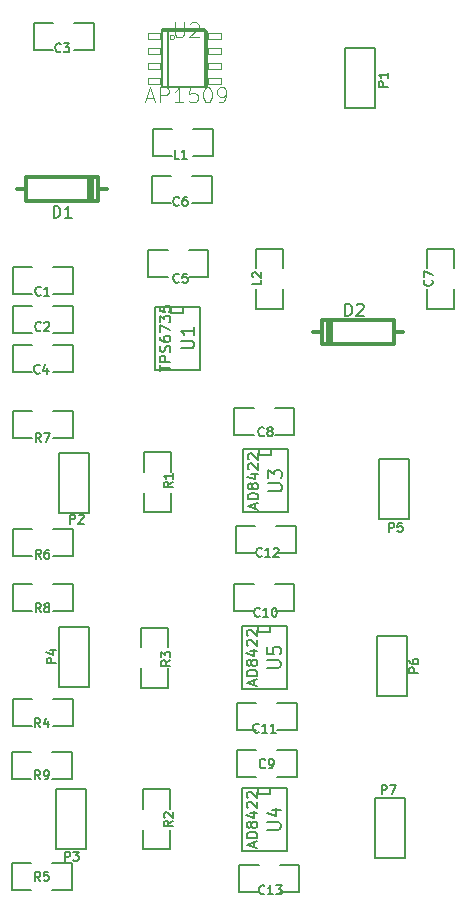
<source format=gto>
%FSLAX34Y34*%
G04 Gerber Fmt 3.4, Leading zero omitted, Abs format*
G04 (created by PCBNEW (2013-12-18 BZR 4557)-product) date vie 20 dic 2013 18:35:50 CLST*
%MOIN*%
G01*
G70*
G90*
G04 APERTURE LIST*
%ADD10C,0.005906*%
%ADD11C,0.005000*%
%ADD12C,0.006000*%
%ADD13C,0.012000*%
%ADD14C,0.002600*%
%ADD15C,0.008000*%
%ADD16C,0.002500*%
%ADD17C,0.003500*%
G04 APERTURE END LIST*
G54D10*
G54D11*
X43489Y-47784D02*
X43439Y-47784D01*
X43439Y-47784D02*
X43439Y-49884D01*
X44939Y-49884D02*
X44939Y-47784D01*
X44939Y-47784D02*
X43489Y-47784D01*
X44389Y-47784D02*
X44389Y-47984D01*
X44389Y-47984D02*
X43989Y-47984D01*
X43989Y-47984D02*
X43989Y-47784D01*
X44939Y-49884D02*
X43439Y-49884D01*
X46387Y-58438D02*
X46337Y-58438D01*
X46337Y-58438D02*
X46337Y-60538D01*
X47837Y-60538D02*
X47837Y-58438D01*
X47837Y-58438D02*
X46387Y-58438D01*
X47287Y-58438D02*
X47287Y-58638D01*
X47287Y-58638D02*
X46887Y-58638D01*
X46887Y-58638D02*
X46887Y-58438D01*
X47837Y-60538D02*
X46337Y-60538D01*
X46387Y-63832D02*
X46337Y-63832D01*
X46337Y-63832D02*
X46337Y-65932D01*
X47837Y-65932D02*
X47837Y-63832D01*
X47837Y-63832D02*
X46387Y-63832D01*
X47287Y-63832D02*
X47287Y-64032D01*
X47287Y-64032D02*
X46887Y-64032D01*
X46887Y-64032D02*
X46887Y-63832D01*
X47837Y-65932D02*
X46337Y-65932D01*
X46421Y-52545D02*
X46371Y-52545D01*
X46371Y-52545D02*
X46371Y-54645D01*
X47871Y-54645D02*
X47871Y-52545D01*
X47871Y-52545D02*
X46421Y-52545D01*
X47321Y-52545D02*
X47321Y-52745D01*
X47321Y-52745D02*
X46921Y-52745D01*
X46921Y-52745D02*
X46921Y-52545D01*
X47871Y-54645D02*
X46371Y-54645D01*
X43981Y-52635D02*
X43081Y-52635D01*
X43081Y-52635D02*
X43081Y-53285D01*
X43981Y-53985D02*
X43981Y-54635D01*
X43981Y-54635D02*
X43081Y-54635D01*
X43081Y-54635D02*
X43081Y-53985D01*
X43981Y-53285D02*
X43981Y-52635D01*
X46086Y-51165D02*
X46086Y-52065D01*
X46086Y-52065D02*
X46736Y-52065D01*
X47436Y-51165D02*
X48086Y-51165D01*
X48086Y-51165D02*
X48086Y-52065D01*
X48086Y-52065D02*
X47436Y-52065D01*
X46736Y-51165D02*
X46086Y-51165D01*
X46087Y-57030D02*
X46087Y-57930D01*
X46087Y-57930D02*
X46737Y-57930D01*
X47437Y-57030D02*
X48087Y-57030D01*
X48087Y-57030D02*
X48087Y-57930D01*
X48087Y-57930D02*
X47437Y-57930D01*
X46737Y-57030D02*
X46087Y-57030D01*
X46165Y-62581D02*
X46165Y-63481D01*
X46165Y-63481D02*
X46815Y-63481D01*
X47515Y-62581D02*
X48165Y-62581D01*
X48165Y-62581D02*
X48165Y-63481D01*
X48165Y-63481D02*
X47515Y-63481D01*
X46815Y-62581D02*
X46165Y-62581D01*
X46244Y-66400D02*
X46244Y-67300D01*
X46244Y-67300D02*
X46894Y-67300D01*
X47594Y-66400D02*
X48244Y-66400D01*
X48244Y-66400D02*
X48244Y-67300D01*
X48244Y-67300D02*
X47594Y-67300D01*
X46894Y-66400D02*
X46244Y-66400D01*
X46126Y-55102D02*
X46126Y-56002D01*
X46126Y-56002D02*
X46776Y-56002D01*
X47476Y-55102D02*
X48126Y-55102D01*
X48126Y-55102D02*
X48126Y-56002D01*
X48126Y-56002D02*
X47476Y-56002D01*
X46776Y-55102D02*
X46126Y-55102D01*
X46165Y-61007D02*
X46165Y-61907D01*
X46165Y-61907D02*
X46815Y-61907D01*
X47515Y-61007D02*
X48165Y-61007D01*
X48165Y-61007D02*
X48165Y-61907D01*
X48165Y-61907D02*
X47515Y-61907D01*
X46815Y-61007D02*
X46165Y-61007D01*
X43875Y-58488D02*
X42975Y-58488D01*
X42975Y-58488D02*
X42975Y-59138D01*
X43875Y-59838D02*
X43875Y-60488D01*
X43875Y-60488D02*
X42975Y-60488D01*
X42975Y-60488D02*
X42975Y-59838D01*
X43875Y-59138D02*
X43875Y-58488D01*
X43954Y-63882D02*
X43054Y-63882D01*
X43054Y-63882D02*
X43054Y-64532D01*
X43954Y-65232D02*
X43954Y-65882D01*
X43954Y-65882D02*
X43054Y-65882D01*
X43054Y-65882D02*
X43054Y-65232D01*
X43954Y-64532D02*
X43954Y-63882D01*
X53402Y-45850D02*
X52502Y-45850D01*
X52502Y-45850D02*
X52502Y-46500D01*
X53402Y-47200D02*
X53402Y-47850D01*
X53402Y-47850D02*
X52502Y-47850D01*
X52502Y-47850D02*
X52502Y-47200D01*
X53402Y-46500D02*
X53402Y-45850D01*
X38704Y-46467D02*
X38704Y-47367D01*
X38704Y-47367D02*
X39354Y-47367D01*
X40054Y-46467D02*
X40704Y-46467D01*
X40704Y-46467D02*
X40704Y-47367D01*
X40704Y-47367D02*
X40054Y-47367D01*
X39354Y-46467D02*
X38704Y-46467D01*
X38704Y-47758D02*
X38704Y-48658D01*
X38704Y-48658D02*
X39354Y-48658D01*
X40054Y-47758D02*
X40704Y-47758D01*
X40704Y-47758D02*
X40704Y-48658D01*
X40704Y-48658D02*
X40054Y-48658D01*
X39354Y-47758D02*
X38704Y-47758D01*
X38704Y-49057D02*
X38704Y-49957D01*
X38704Y-49957D02*
X39354Y-49957D01*
X40054Y-49057D02*
X40704Y-49057D01*
X40704Y-49057D02*
X40704Y-49957D01*
X40704Y-49957D02*
X40054Y-49957D01*
X39354Y-49057D02*
X38704Y-49057D01*
X47694Y-45850D02*
X46794Y-45850D01*
X46794Y-45850D02*
X46794Y-46500D01*
X47694Y-47200D02*
X47694Y-47850D01*
X47694Y-47850D02*
X46794Y-47850D01*
X46794Y-47850D02*
X46794Y-47200D01*
X47694Y-46500D02*
X47694Y-45850D01*
X43212Y-45888D02*
X43212Y-46788D01*
X43212Y-46788D02*
X43862Y-46788D01*
X44562Y-45888D02*
X45212Y-45888D01*
X45212Y-45888D02*
X45212Y-46788D01*
X45212Y-46788D02*
X44562Y-46788D01*
X43862Y-45888D02*
X43212Y-45888D01*
X43371Y-41873D02*
X43371Y-42773D01*
X43371Y-42773D02*
X44021Y-42773D01*
X44721Y-41873D02*
X45371Y-41873D01*
X45371Y-41873D02*
X45371Y-42773D01*
X45371Y-42773D02*
X44721Y-42773D01*
X44021Y-41873D02*
X43371Y-41873D01*
X43332Y-43448D02*
X43332Y-44348D01*
X43332Y-44348D02*
X43982Y-44348D01*
X44682Y-43448D02*
X45332Y-43448D01*
X45332Y-43448D02*
X45332Y-44348D01*
X45332Y-44348D02*
X44682Y-44348D01*
X43982Y-43448D02*
X43332Y-43448D01*
X39395Y-38330D02*
X39395Y-39230D01*
X39395Y-39230D02*
X40045Y-39230D01*
X40745Y-38330D02*
X41395Y-38330D01*
X41395Y-38330D02*
X41395Y-39230D01*
X41395Y-39230D02*
X40745Y-39230D01*
X40045Y-38330D02*
X39395Y-38330D01*
G54D12*
X50917Y-52859D02*
X51917Y-52859D01*
X51917Y-52859D02*
X51917Y-54859D01*
X51917Y-54859D02*
X50917Y-54859D01*
X50917Y-54859D02*
X50917Y-52859D01*
X50839Y-58764D02*
X51839Y-58764D01*
X51839Y-58764D02*
X51839Y-60764D01*
X51839Y-60764D02*
X50839Y-60764D01*
X50839Y-60764D02*
X50839Y-58764D01*
X50760Y-64157D02*
X51760Y-64157D01*
X51760Y-64157D02*
X51760Y-66157D01*
X51760Y-66157D02*
X50760Y-66157D01*
X50760Y-66157D02*
X50760Y-64157D01*
X41248Y-60449D02*
X40248Y-60449D01*
X40248Y-60449D02*
X40248Y-58449D01*
X40248Y-58449D02*
X41248Y-58449D01*
X41248Y-58449D02*
X41248Y-60449D01*
X50776Y-41157D02*
X49776Y-41157D01*
X49776Y-41157D02*
X49776Y-39157D01*
X49776Y-39157D02*
X50776Y-39157D01*
X50776Y-39157D02*
X50776Y-41157D01*
X41248Y-54662D02*
X40248Y-54662D01*
X40248Y-54662D02*
X40248Y-52662D01*
X40248Y-52662D02*
X41248Y-52662D01*
X41248Y-52662D02*
X41248Y-54662D01*
X41130Y-65882D02*
X40130Y-65882D01*
X40130Y-65882D02*
X40130Y-63882D01*
X40130Y-63882D02*
X41130Y-63882D01*
X41130Y-63882D02*
X41130Y-65882D01*
G54D13*
X41854Y-43858D02*
X41554Y-43858D01*
X41554Y-43858D02*
X41554Y-43458D01*
X41554Y-43458D02*
X39154Y-43458D01*
X39154Y-43458D02*
X39154Y-43858D01*
X39154Y-43858D02*
X38854Y-43858D01*
X39154Y-43858D02*
X39154Y-44258D01*
X39154Y-44258D02*
X41554Y-44258D01*
X41554Y-44258D02*
X41554Y-43858D01*
X41354Y-43458D02*
X41354Y-44258D01*
X41254Y-44258D02*
X41254Y-43458D01*
X48696Y-48622D02*
X48996Y-48622D01*
X48996Y-48622D02*
X48996Y-49022D01*
X48996Y-49022D02*
X51396Y-49022D01*
X51396Y-49022D02*
X51396Y-48622D01*
X51396Y-48622D02*
X51696Y-48622D01*
X51396Y-48622D02*
X51396Y-48222D01*
X51396Y-48222D02*
X48996Y-48222D01*
X48996Y-48222D02*
X48996Y-48622D01*
X49196Y-49022D02*
X49196Y-48222D01*
X49296Y-48222D02*
X49296Y-49022D01*
G54D14*
X43191Y-38682D02*
X43191Y-38875D01*
X43191Y-38875D02*
X43624Y-38875D01*
X43624Y-38682D02*
X43624Y-38875D01*
X43191Y-38682D02*
X43624Y-38682D01*
X43191Y-39182D02*
X43191Y-39375D01*
X43191Y-39375D02*
X43624Y-39375D01*
X43624Y-39182D02*
X43624Y-39375D01*
X43191Y-39182D02*
X43624Y-39182D01*
X43191Y-39681D02*
X43191Y-39874D01*
X43191Y-39874D02*
X43624Y-39874D01*
X43624Y-39681D02*
X43624Y-39874D01*
X43191Y-39681D02*
X43624Y-39681D01*
X43191Y-40181D02*
X43191Y-40374D01*
X43191Y-40374D02*
X43624Y-40374D01*
X43624Y-40181D02*
X43624Y-40374D01*
X43191Y-40181D02*
X43624Y-40181D01*
X45198Y-40181D02*
X45198Y-40374D01*
X45198Y-40374D02*
X45631Y-40374D01*
X45631Y-40181D02*
X45631Y-40374D01*
X45198Y-40181D02*
X45631Y-40181D01*
X45198Y-39681D02*
X45198Y-39874D01*
X45198Y-39874D02*
X45631Y-39874D01*
X45631Y-39681D02*
X45631Y-39874D01*
X45198Y-39681D02*
X45631Y-39681D01*
X45198Y-39182D02*
X45198Y-39375D01*
X45198Y-39375D02*
X45631Y-39375D01*
X45631Y-39182D02*
X45631Y-39375D01*
X45198Y-39182D02*
X45631Y-39182D01*
X45198Y-38682D02*
X45198Y-38875D01*
X45198Y-38875D02*
X45631Y-38875D01*
X45631Y-38682D02*
X45631Y-38875D01*
X45198Y-38682D02*
X45631Y-38682D01*
G54D15*
X45159Y-40472D02*
X43860Y-40472D01*
X43860Y-40472D02*
X43663Y-40472D01*
X43663Y-40472D02*
X43663Y-38584D01*
X43663Y-38584D02*
X43860Y-38584D01*
X43860Y-38584D02*
X45159Y-38584D01*
X45159Y-38584D02*
X45159Y-40472D01*
X43860Y-40472D02*
X43860Y-38584D01*
G54D11*
X45119Y-38544D02*
X45119Y-40472D01*
X45119Y-40472D02*
X43663Y-40472D01*
X43663Y-40472D02*
X43663Y-38544D01*
X43663Y-38544D02*
X45119Y-38544D01*
G54D16*
X44095Y-38820D02*
G75*
G03X44095Y-38820I-77J0D01*
G74*
G01*
G54D11*
X40669Y-63525D02*
X40669Y-62625D01*
X40669Y-62625D02*
X40019Y-62625D01*
X39319Y-63525D02*
X38669Y-63525D01*
X38669Y-63525D02*
X38669Y-62625D01*
X38669Y-62625D02*
X39319Y-62625D01*
X40019Y-63525D02*
X40669Y-63525D01*
X40701Y-57926D02*
X40701Y-57026D01*
X40701Y-57026D02*
X40051Y-57026D01*
X39351Y-57926D02*
X38701Y-57926D01*
X38701Y-57926D02*
X38701Y-57026D01*
X38701Y-57026D02*
X39351Y-57026D01*
X40051Y-57926D02*
X40701Y-57926D01*
X40701Y-52167D02*
X40701Y-51267D01*
X40701Y-51267D02*
X40051Y-51267D01*
X39351Y-52167D02*
X38701Y-52167D01*
X38701Y-52167D02*
X38701Y-51267D01*
X38701Y-51267D02*
X39351Y-51267D01*
X40051Y-52167D02*
X40701Y-52167D01*
X40669Y-67241D02*
X40669Y-66341D01*
X40669Y-66341D02*
X40019Y-66341D01*
X39319Y-67241D02*
X38669Y-67241D01*
X38669Y-67241D02*
X38669Y-66341D01*
X38669Y-66341D02*
X39319Y-66341D01*
X40019Y-67241D02*
X40669Y-67241D01*
X40701Y-61769D02*
X40701Y-60869D01*
X40701Y-60869D02*
X40051Y-60869D01*
X39351Y-61769D02*
X38701Y-61769D01*
X38701Y-61769D02*
X38701Y-60869D01*
X38701Y-60869D02*
X39351Y-60869D01*
X40051Y-61769D02*
X40701Y-61769D01*
X40701Y-56100D02*
X40701Y-55200D01*
X40701Y-55200D02*
X40051Y-55200D01*
X39351Y-56100D02*
X38701Y-56100D01*
X38701Y-56100D02*
X38701Y-55200D01*
X38701Y-55200D02*
X39351Y-55200D01*
X40051Y-56100D02*
X40701Y-56100D01*
G54D12*
X44292Y-49176D02*
X44656Y-49176D01*
X44699Y-49155D01*
X44721Y-49134D01*
X44742Y-49091D01*
X44742Y-49005D01*
X44721Y-48962D01*
X44699Y-48941D01*
X44656Y-48919D01*
X44292Y-48919D01*
X44742Y-48469D02*
X44742Y-48726D01*
X44742Y-48598D02*
X44292Y-48598D01*
X44356Y-48641D01*
X44399Y-48684D01*
X44421Y-48726D01*
X43597Y-49942D02*
X43597Y-49742D01*
X43947Y-49842D02*
X43597Y-49842D01*
X43947Y-49625D02*
X43597Y-49625D01*
X43597Y-49492D01*
X43614Y-49459D01*
X43630Y-49442D01*
X43664Y-49425D01*
X43714Y-49425D01*
X43747Y-49442D01*
X43764Y-49459D01*
X43780Y-49492D01*
X43780Y-49625D01*
X43930Y-49292D02*
X43947Y-49242D01*
X43947Y-49159D01*
X43930Y-49125D01*
X43914Y-49109D01*
X43880Y-49092D01*
X43847Y-49092D01*
X43814Y-49109D01*
X43797Y-49125D01*
X43780Y-49159D01*
X43764Y-49225D01*
X43747Y-49259D01*
X43730Y-49275D01*
X43697Y-49292D01*
X43664Y-49292D01*
X43630Y-49275D01*
X43614Y-49259D01*
X43597Y-49225D01*
X43597Y-49142D01*
X43614Y-49092D01*
X43597Y-48792D02*
X43597Y-48859D01*
X43614Y-48892D01*
X43630Y-48909D01*
X43680Y-48942D01*
X43747Y-48959D01*
X43880Y-48959D01*
X43914Y-48942D01*
X43930Y-48925D01*
X43947Y-48892D01*
X43947Y-48825D01*
X43930Y-48792D01*
X43914Y-48775D01*
X43880Y-48759D01*
X43797Y-48759D01*
X43764Y-48775D01*
X43747Y-48792D01*
X43730Y-48825D01*
X43730Y-48892D01*
X43747Y-48925D01*
X43764Y-48942D01*
X43797Y-48959D01*
X43597Y-48642D02*
X43597Y-48409D01*
X43947Y-48559D01*
X43597Y-48309D02*
X43597Y-48092D01*
X43730Y-48209D01*
X43730Y-48159D01*
X43747Y-48125D01*
X43764Y-48109D01*
X43797Y-48092D01*
X43880Y-48092D01*
X43914Y-48109D01*
X43930Y-48125D01*
X43947Y-48159D01*
X43947Y-48259D01*
X43930Y-48292D01*
X43914Y-48309D01*
X43597Y-47775D02*
X43597Y-47942D01*
X43764Y-47959D01*
X43747Y-47942D01*
X43730Y-47909D01*
X43730Y-47825D01*
X43747Y-47792D01*
X43764Y-47775D01*
X43797Y-47759D01*
X43880Y-47759D01*
X43914Y-47775D01*
X43930Y-47792D01*
X43947Y-47825D01*
X43947Y-47909D01*
X43930Y-47942D01*
X43914Y-47959D01*
X47190Y-59830D02*
X47554Y-59830D01*
X47597Y-59809D01*
X47619Y-59788D01*
X47640Y-59745D01*
X47640Y-59659D01*
X47619Y-59616D01*
X47597Y-59595D01*
X47554Y-59573D01*
X47190Y-59573D01*
X47190Y-59145D02*
X47190Y-59359D01*
X47404Y-59380D01*
X47383Y-59359D01*
X47362Y-59316D01*
X47362Y-59209D01*
X47383Y-59166D01*
X47404Y-59145D01*
X47447Y-59123D01*
X47554Y-59123D01*
X47597Y-59145D01*
X47619Y-59166D01*
X47640Y-59209D01*
X47640Y-59316D01*
X47619Y-59359D01*
X47597Y-59380D01*
X46745Y-60413D02*
X46745Y-60246D01*
X46845Y-60446D02*
X46495Y-60329D01*
X46845Y-60213D01*
X46845Y-60096D02*
X46495Y-60096D01*
X46495Y-60013D01*
X46512Y-59963D01*
X46545Y-59929D01*
X46578Y-59913D01*
X46645Y-59896D01*
X46695Y-59896D01*
X46762Y-59913D01*
X46795Y-59929D01*
X46828Y-59963D01*
X46845Y-60013D01*
X46845Y-60096D01*
X46645Y-59696D02*
X46628Y-59729D01*
X46612Y-59746D01*
X46578Y-59763D01*
X46562Y-59763D01*
X46528Y-59746D01*
X46512Y-59729D01*
X46495Y-59696D01*
X46495Y-59629D01*
X46512Y-59596D01*
X46528Y-59579D01*
X46562Y-59563D01*
X46578Y-59563D01*
X46612Y-59579D01*
X46628Y-59596D01*
X46645Y-59629D01*
X46645Y-59696D01*
X46662Y-59729D01*
X46678Y-59746D01*
X46712Y-59763D01*
X46778Y-59763D01*
X46812Y-59746D01*
X46828Y-59729D01*
X46845Y-59696D01*
X46845Y-59629D01*
X46828Y-59596D01*
X46812Y-59579D01*
X46778Y-59563D01*
X46712Y-59563D01*
X46678Y-59579D01*
X46662Y-59596D01*
X46645Y-59629D01*
X46612Y-59263D02*
X46845Y-59263D01*
X46478Y-59346D02*
X46728Y-59429D01*
X46728Y-59213D01*
X46528Y-59096D02*
X46512Y-59079D01*
X46495Y-59046D01*
X46495Y-58963D01*
X46512Y-58929D01*
X46528Y-58913D01*
X46562Y-58896D01*
X46595Y-58896D01*
X46645Y-58913D01*
X46845Y-59113D01*
X46845Y-58896D01*
X46528Y-58763D02*
X46512Y-58746D01*
X46495Y-58713D01*
X46495Y-58629D01*
X46512Y-58596D01*
X46528Y-58579D01*
X46562Y-58563D01*
X46595Y-58563D01*
X46645Y-58579D01*
X46845Y-58779D01*
X46845Y-58563D01*
X47190Y-65224D02*
X47554Y-65224D01*
X47597Y-65203D01*
X47619Y-65182D01*
X47640Y-65139D01*
X47640Y-65053D01*
X47619Y-65010D01*
X47597Y-64989D01*
X47554Y-64967D01*
X47190Y-64967D01*
X47340Y-64560D02*
X47640Y-64560D01*
X47169Y-64667D02*
X47490Y-64774D01*
X47490Y-64496D01*
X46745Y-65807D02*
X46745Y-65640D01*
X46845Y-65840D02*
X46495Y-65723D01*
X46845Y-65607D01*
X46845Y-65490D02*
X46495Y-65490D01*
X46495Y-65407D01*
X46512Y-65357D01*
X46545Y-65323D01*
X46578Y-65307D01*
X46645Y-65290D01*
X46695Y-65290D01*
X46762Y-65307D01*
X46795Y-65323D01*
X46828Y-65357D01*
X46845Y-65407D01*
X46845Y-65490D01*
X46645Y-65090D02*
X46628Y-65123D01*
X46612Y-65140D01*
X46578Y-65157D01*
X46562Y-65157D01*
X46528Y-65140D01*
X46512Y-65123D01*
X46495Y-65090D01*
X46495Y-65023D01*
X46512Y-64990D01*
X46528Y-64973D01*
X46562Y-64957D01*
X46578Y-64957D01*
X46612Y-64973D01*
X46628Y-64990D01*
X46645Y-65023D01*
X46645Y-65090D01*
X46662Y-65123D01*
X46678Y-65140D01*
X46712Y-65157D01*
X46778Y-65157D01*
X46812Y-65140D01*
X46828Y-65123D01*
X46845Y-65090D01*
X46845Y-65023D01*
X46828Y-64990D01*
X46812Y-64973D01*
X46778Y-64957D01*
X46712Y-64957D01*
X46678Y-64973D01*
X46662Y-64990D01*
X46645Y-65023D01*
X46612Y-64657D02*
X46845Y-64657D01*
X46478Y-64740D02*
X46728Y-64823D01*
X46728Y-64607D01*
X46528Y-64490D02*
X46512Y-64473D01*
X46495Y-64440D01*
X46495Y-64357D01*
X46512Y-64323D01*
X46528Y-64307D01*
X46562Y-64290D01*
X46595Y-64290D01*
X46645Y-64307D01*
X46845Y-64507D01*
X46845Y-64290D01*
X46528Y-64157D02*
X46512Y-64140D01*
X46495Y-64107D01*
X46495Y-64023D01*
X46512Y-63990D01*
X46528Y-63973D01*
X46562Y-63957D01*
X46595Y-63957D01*
X46645Y-63973D01*
X46845Y-64173D01*
X46845Y-63957D01*
X47224Y-53937D02*
X47588Y-53937D01*
X47631Y-53916D01*
X47653Y-53895D01*
X47674Y-53852D01*
X47674Y-53766D01*
X47653Y-53723D01*
X47631Y-53702D01*
X47588Y-53680D01*
X47224Y-53680D01*
X47224Y-53509D02*
X47224Y-53230D01*
X47396Y-53380D01*
X47396Y-53316D01*
X47417Y-53273D01*
X47438Y-53252D01*
X47481Y-53230D01*
X47588Y-53230D01*
X47631Y-53252D01*
X47653Y-53273D01*
X47674Y-53316D01*
X47674Y-53445D01*
X47653Y-53487D01*
X47631Y-53509D01*
X46779Y-54520D02*
X46779Y-54353D01*
X46879Y-54553D02*
X46529Y-54436D01*
X46879Y-54320D01*
X46879Y-54203D02*
X46529Y-54203D01*
X46529Y-54120D01*
X46546Y-54070D01*
X46579Y-54036D01*
X46612Y-54020D01*
X46679Y-54003D01*
X46729Y-54003D01*
X46796Y-54020D01*
X46829Y-54036D01*
X46862Y-54070D01*
X46879Y-54120D01*
X46879Y-54203D01*
X46679Y-53803D02*
X46662Y-53836D01*
X46646Y-53853D01*
X46612Y-53870D01*
X46596Y-53870D01*
X46562Y-53853D01*
X46546Y-53836D01*
X46529Y-53803D01*
X46529Y-53736D01*
X46546Y-53703D01*
X46562Y-53686D01*
X46596Y-53670D01*
X46612Y-53670D01*
X46646Y-53686D01*
X46662Y-53703D01*
X46679Y-53736D01*
X46679Y-53803D01*
X46696Y-53836D01*
X46712Y-53853D01*
X46746Y-53870D01*
X46812Y-53870D01*
X46846Y-53853D01*
X46862Y-53836D01*
X46879Y-53803D01*
X46879Y-53736D01*
X46862Y-53703D01*
X46846Y-53686D01*
X46812Y-53670D01*
X46746Y-53670D01*
X46712Y-53686D01*
X46696Y-53703D01*
X46679Y-53736D01*
X46646Y-53370D02*
X46879Y-53370D01*
X46512Y-53453D02*
X46762Y-53536D01*
X46762Y-53320D01*
X46562Y-53203D02*
X46546Y-53186D01*
X46529Y-53153D01*
X46529Y-53070D01*
X46546Y-53036D01*
X46562Y-53020D01*
X46596Y-53003D01*
X46629Y-53003D01*
X46679Y-53020D01*
X46879Y-53220D01*
X46879Y-53003D01*
X46562Y-52870D02*
X46546Y-52853D01*
X46529Y-52820D01*
X46529Y-52736D01*
X46546Y-52703D01*
X46562Y-52686D01*
X46596Y-52670D01*
X46629Y-52670D01*
X46679Y-52686D01*
X46879Y-52886D01*
X46879Y-52670D01*
G54D11*
X44033Y-53633D02*
X43890Y-53733D01*
X44033Y-53804D02*
X43733Y-53804D01*
X43733Y-53690D01*
X43748Y-53661D01*
X43762Y-53647D01*
X43790Y-53633D01*
X43833Y-53633D01*
X43862Y-53647D01*
X43876Y-53661D01*
X43890Y-53690D01*
X43890Y-53804D01*
X44033Y-53347D02*
X44033Y-53518D01*
X44033Y-53433D02*
X43733Y-53433D01*
X43776Y-53461D01*
X43805Y-53490D01*
X43819Y-53518D01*
X47075Y-52076D02*
X47060Y-52090D01*
X47017Y-52104D01*
X46989Y-52104D01*
X46946Y-52090D01*
X46917Y-52061D01*
X46903Y-52033D01*
X46889Y-51976D01*
X46889Y-51933D01*
X46903Y-51876D01*
X46917Y-51847D01*
X46946Y-51819D01*
X46989Y-51804D01*
X47017Y-51804D01*
X47060Y-51819D01*
X47075Y-51833D01*
X47246Y-51933D02*
X47217Y-51919D01*
X47203Y-51904D01*
X47189Y-51876D01*
X47189Y-51861D01*
X47203Y-51833D01*
X47217Y-51819D01*
X47246Y-51804D01*
X47303Y-51804D01*
X47332Y-51819D01*
X47346Y-51833D01*
X47360Y-51861D01*
X47360Y-51876D01*
X47346Y-51904D01*
X47332Y-51919D01*
X47303Y-51933D01*
X47246Y-51933D01*
X47217Y-51947D01*
X47203Y-51961D01*
X47189Y-51990D01*
X47189Y-52047D01*
X47203Y-52076D01*
X47217Y-52090D01*
X47246Y-52104D01*
X47303Y-52104D01*
X47332Y-52090D01*
X47346Y-52076D01*
X47360Y-52047D01*
X47360Y-51990D01*
X47346Y-51961D01*
X47332Y-51947D01*
X47303Y-51933D01*
X46933Y-58099D02*
X46918Y-58113D01*
X46876Y-58127D01*
X46847Y-58127D01*
X46804Y-58113D01*
X46776Y-58084D01*
X46761Y-58056D01*
X46747Y-57999D01*
X46747Y-57956D01*
X46761Y-57899D01*
X46776Y-57870D01*
X46804Y-57842D01*
X46847Y-57827D01*
X46876Y-57827D01*
X46918Y-57842D01*
X46933Y-57856D01*
X47218Y-58127D02*
X47047Y-58127D01*
X47133Y-58127D02*
X47133Y-57827D01*
X47104Y-57870D01*
X47076Y-57899D01*
X47047Y-57913D01*
X47404Y-57827D02*
X47433Y-57827D01*
X47461Y-57842D01*
X47476Y-57856D01*
X47490Y-57884D01*
X47504Y-57942D01*
X47504Y-58013D01*
X47490Y-58070D01*
X47476Y-58099D01*
X47461Y-58113D01*
X47433Y-58127D01*
X47404Y-58127D01*
X47376Y-58113D01*
X47361Y-58099D01*
X47347Y-58070D01*
X47333Y-58013D01*
X47333Y-57942D01*
X47347Y-57884D01*
X47361Y-57856D01*
X47376Y-57842D01*
X47404Y-57827D01*
X47115Y-63138D02*
X47100Y-63152D01*
X47057Y-63166D01*
X47029Y-63166D01*
X46986Y-63152D01*
X46957Y-63123D01*
X46943Y-63095D01*
X46929Y-63038D01*
X46929Y-62995D01*
X46943Y-62938D01*
X46957Y-62909D01*
X46986Y-62881D01*
X47029Y-62866D01*
X47057Y-62866D01*
X47100Y-62881D01*
X47115Y-62895D01*
X47257Y-63166D02*
X47315Y-63166D01*
X47343Y-63152D01*
X47357Y-63138D01*
X47386Y-63095D01*
X47400Y-63038D01*
X47400Y-62923D01*
X47386Y-62895D01*
X47372Y-62881D01*
X47343Y-62866D01*
X47286Y-62866D01*
X47257Y-62881D01*
X47243Y-62895D01*
X47229Y-62923D01*
X47229Y-62995D01*
X47243Y-63023D01*
X47257Y-63038D01*
X47286Y-63052D01*
X47343Y-63052D01*
X47372Y-63038D01*
X47386Y-63023D01*
X47400Y-62995D01*
X47090Y-67351D02*
X47075Y-67365D01*
X47033Y-67379D01*
X47004Y-67379D01*
X46961Y-67365D01*
X46933Y-67336D01*
X46918Y-67308D01*
X46904Y-67251D01*
X46904Y-67208D01*
X46918Y-67151D01*
X46933Y-67122D01*
X46961Y-67094D01*
X47004Y-67079D01*
X47033Y-67079D01*
X47075Y-67094D01*
X47090Y-67108D01*
X47375Y-67379D02*
X47204Y-67379D01*
X47290Y-67379D02*
X47290Y-67079D01*
X47261Y-67122D01*
X47233Y-67151D01*
X47204Y-67165D01*
X47475Y-67079D02*
X47661Y-67079D01*
X47561Y-67194D01*
X47604Y-67194D01*
X47633Y-67208D01*
X47647Y-67222D01*
X47661Y-67251D01*
X47661Y-67322D01*
X47647Y-67351D01*
X47633Y-67365D01*
X47604Y-67379D01*
X47518Y-67379D01*
X47490Y-67365D01*
X47475Y-67351D01*
X47000Y-56096D02*
X46985Y-56110D01*
X46943Y-56124D01*
X46914Y-56124D01*
X46871Y-56110D01*
X46843Y-56081D01*
X46828Y-56053D01*
X46814Y-55996D01*
X46814Y-55953D01*
X46828Y-55896D01*
X46843Y-55867D01*
X46871Y-55839D01*
X46914Y-55824D01*
X46943Y-55824D01*
X46985Y-55839D01*
X47000Y-55853D01*
X47285Y-56124D02*
X47114Y-56124D01*
X47200Y-56124D02*
X47200Y-55824D01*
X47171Y-55867D01*
X47143Y-55896D01*
X47114Y-55910D01*
X47400Y-55853D02*
X47414Y-55839D01*
X47443Y-55824D01*
X47514Y-55824D01*
X47543Y-55839D01*
X47557Y-55853D01*
X47571Y-55881D01*
X47571Y-55910D01*
X47557Y-55953D01*
X47385Y-56124D01*
X47571Y-56124D01*
X46894Y-61958D02*
X46879Y-61972D01*
X46837Y-61986D01*
X46808Y-61986D01*
X46765Y-61972D01*
X46737Y-61943D01*
X46722Y-61915D01*
X46708Y-61858D01*
X46708Y-61815D01*
X46722Y-61758D01*
X46737Y-61729D01*
X46765Y-61701D01*
X46808Y-61686D01*
X46837Y-61686D01*
X46879Y-61701D01*
X46894Y-61715D01*
X47179Y-61986D02*
X47008Y-61986D01*
X47094Y-61986D02*
X47094Y-61686D01*
X47065Y-61729D01*
X47037Y-61758D01*
X47008Y-61772D01*
X47465Y-61986D02*
X47294Y-61986D01*
X47379Y-61986D02*
X47379Y-61686D01*
X47351Y-61729D01*
X47322Y-61758D01*
X47294Y-61772D01*
X43954Y-59578D02*
X43811Y-59678D01*
X43954Y-59749D02*
X43654Y-59749D01*
X43654Y-59635D01*
X43669Y-59606D01*
X43683Y-59592D01*
X43711Y-59578D01*
X43754Y-59578D01*
X43783Y-59592D01*
X43797Y-59606D01*
X43811Y-59635D01*
X43811Y-59749D01*
X43654Y-59478D02*
X43654Y-59292D01*
X43769Y-59392D01*
X43769Y-59349D01*
X43783Y-59320D01*
X43797Y-59306D01*
X43826Y-59292D01*
X43897Y-59292D01*
X43926Y-59306D01*
X43940Y-59320D01*
X43954Y-59349D01*
X43954Y-59435D01*
X43940Y-59463D01*
X43926Y-59478D01*
X44032Y-64932D02*
X43889Y-65032D01*
X44032Y-65103D02*
X43732Y-65103D01*
X43732Y-64989D01*
X43747Y-64960D01*
X43761Y-64946D01*
X43789Y-64932D01*
X43832Y-64932D01*
X43861Y-64946D01*
X43875Y-64960D01*
X43889Y-64989D01*
X43889Y-65103D01*
X43761Y-64817D02*
X43747Y-64803D01*
X43732Y-64774D01*
X43732Y-64703D01*
X43747Y-64674D01*
X43761Y-64660D01*
X43789Y-64646D01*
X43818Y-64646D01*
X43861Y-64660D01*
X44032Y-64832D01*
X44032Y-64646D01*
X52666Y-46900D02*
X52680Y-46914D01*
X52694Y-46957D01*
X52694Y-46985D01*
X52680Y-47028D01*
X52651Y-47057D01*
X52623Y-47071D01*
X52566Y-47085D01*
X52523Y-47085D01*
X52466Y-47071D01*
X52437Y-47057D01*
X52409Y-47028D01*
X52394Y-46985D01*
X52394Y-46957D01*
X52409Y-46914D01*
X52423Y-46900D01*
X52394Y-46800D02*
X52394Y-46600D01*
X52694Y-46728D01*
X39634Y-47390D02*
X39619Y-47404D01*
X39576Y-47418D01*
X39548Y-47418D01*
X39505Y-47404D01*
X39476Y-47375D01*
X39462Y-47347D01*
X39448Y-47290D01*
X39448Y-47247D01*
X39462Y-47190D01*
X39476Y-47161D01*
X39505Y-47133D01*
X39548Y-47118D01*
X39576Y-47118D01*
X39619Y-47133D01*
X39634Y-47147D01*
X39919Y-47418D02*
X39748Y-47418D01*
X39834Y-47418D02*
X39834Y-47118D01*
X39805Y-47161D01*
X39776Y-47190D01*
X39748Y-47204D01*
X39634Y-48571D02*
X39619Y-48585D01*
X39576Y-48599D01*
X39548Y-48599D01*
X39505Y-48585D01*
X39476Y-48556D01*
X39462Y-48528D01*
X39448Y-48471D01*
X39448Y-48428D01*
X39462Y-48371D01*
X39476Y-48342D01*
X39505Y-48314D01*
X39548Y-48299D01*
X39576Y-48299D01*
X39619Y-48314D01*
X39634Y-48328D01*
X39748Y-48328D02*
X39762Y-48314D01*
X39791Y-48299D01*
X39862Y-48299D01*
X39891Y-48314D01*
X39905Y-48328D01*
X39919Y-48356D01*
X39919Y-48385D01*
X39905Y-48428D01*
X39734Y-48599D01*
X39919Y-48599D01*
X39595Y-49989D02*
X39580Y-50003D01*
X39537Y-50017D01*
X39509Y-50017D01*
X39466Y-50003D01*
X39437Y-49974D01*
X39423Y-49946D01*
X39409Y-49889D01*
X39409Y-49846D01*
X39423Y-49789D01*
X39437Y-49760D01*
X39466Y-49732D01*
X39509Y-49717D01*
X39537Y-49717D01*
X39580Y-49732D01*
X39595Y-49746D01*
X39852Y-49817D02*
X39852Y-50017D01*
X39780Y-49703D02*
X39709Y-49917D01*
X39895Y-49917D01*
X46985Y-46899D02*
X46985Y-47042D01*
X46685Y-47042D01*
X46714Y-46814D02*
X46700Y-46799D01*
X46685Y-46771D01*
X46685Y-46699D01*
X46700Y-46671D01*
X46714Y-46657D01*
X46742Y-46642D01*
X46771Y-46642D01*
X46814Y-46657D01*
X46985Y-46828D01*
X46985Y-46642D01*
X44241Y-46957D02*
X44226Y-46971D01*
X44183Y-46985D01*
X44155Y-46985D01*
X44112Y-46971D01*
X44083Y-46942D01*
X44069Y-46914D01*
X44055Y-46857D01*
X44055Y-46814D01*
X44069Y-46757D01*
X44083Y-46728D01*
X44112Y-46700D01*
X44155Y-46685D01*
X44183Y-46685D01*
X44226Y-46700D01*
X44241Y-46714D01*
X44512Y-46685D02*
X44369Y-46685D01*
X44355Y-46828D01*
X44369Y-46814D01*
X44398Y-46800D01*
X44469Y-46800D01*
X44498Y-46814D01*
X44512Y-46828D01*
X44526Y-46857D01*
X44526Y-46928D01*
X44512Y-46957D01*
X44498Y-46971D01*
X44469Y-46985D01*
X44398Y-46985D01*
X44369Y-46971D01*
X44355Y-46957D01*
X44242Y-42852D02*
X44099Y-42852D01*
X44099Y-42552D01*
X44499Y-42852D02*
X44327Y-42852D01*
X44413Y-42852D02*
X44413Y-42552D01*
X44384Y-42595D01*
X44356Y-42624D01*
X44327Y-42638D01*
X44242Y-44399D02*
X44227Y-44413D01*
X44184Y-44427D01*
X44156Y-44427D01*
X44113Y-44413D01*
X44084Y-44384D01*
X44070Y-44356D01*
X44056Y-44299D01*
X44056Y-44256D01*
X44070Y-44199D01*
X44084Y-44170D01*
X44113Y-44142D01*
X44156Y-44127D01*
X44184Y-44127D01*
X44227Y-44142D01*
X44242Y-44156D01*
X44499Y-44127D02*
X44442Y-44127D01*
X44413Y-44142D01*
X44399Y-44156D01*
X44370Y-44199D01*
X44356Y-44256D01*
X44356Y-44370D01*
X44370Y-44399D01*
X44384Y-44413D01*
X44413Y-44427D01*
X44470Y-44427D01*
X44499Y-44413D01*
X44513Y-44399D01*
X44527Y-44370D01*
X44527Y-44299D01*
X44513Y-44270D01*
X44499Y-44256D01*
X44470Y-44242D01*
X44413Y-44242D01*
X44384Y-44256D01*
X44370Y-44270D01*
X44356Y-44299D01*
X40305Y-39281D02*
X40290Y-39295D01*
X40247Y-39309D01*
X40219Y-39309D01*
X40176Y-39295D01*
X40147Y-39266D01*
X40133Y-39238D01*
X40119Y-39181D01*
X40119Y-39138D01*
X40133Y-39081D01*
X40147Y-39052D01*
X40176Y-39024D01*
X40219Y-39009D01*
X40247Y-39009D01*
X40290Y-39024D01*
X40305Y-39038D01*
X40405Y-39009D02*
X40590Y-39009D01*
X40490Y-39124D01*
X40533Y-39124D01*
X40562Y-39138D01*
X40576Y-39152D01*
X40590Y-39181D01*
X40590Y-39252D01*
X40576Y-39281D01*
X40562Y-39295D01*
X40533Y-39309D01*
X40447Y-39309D01*
X40419Y-39295D01*
X40405Y-39281D01*
G54D12*
X51235Y-55293D02*
X51235Y-54993D01*
X51349Y-54993D01*
X51378Y-55008D01*
X51392Y-55022D01*
X51407Y-55050D01*
X51407Y-55093D01*
X51392Y-55122D01*
X51378Y-55136D01*
X51349Y-55150D01*
X51235Y-55150D01*
X51678Y-54993D02*
X51535Y-54993D01*
X51521Y-55136D01*
X51535Y-55122D01*
X51564Y-55108D01*
X51635Y-55108D01*
X51664Y-55122D01*
X51678Y-55136D01*
X51692Y-55165D01*
X51692Y-55236D01*
X51678Y-55265D01*
X51664Y-55279D01*
X51635Y-55293D01*
X51564Y-55293D01*
X51535Y-55279D01*
X51521Y-55265D01*
X52224Y-59985D02*
X51924Y-59985D01*
X51924Y-59871D01*
X51939Y-59842D01*
X51953Y-59828D01*
X51981Y-59814D01*
X52024Y-59814D01*
X52053Y-59828D01*
X52067Y-59842D01*
X52081Y-59871D01*
X52081Y-59985D01*
X51924Y-59556D02*
X51924Y-59614D01*
X51939Y-59642D01*
X51953Y-59656D01*
X51996Y-59685D01*
X52053Y-59699D01*
X52167Y-59699D01*
X52196Y-59685D01*
X52210Y-59671D01*
X52224Y-59642D01*
X52224Y-59585D01*
X52210Y-59556D01*
X52196Y-59542D01*
X52167Y-59528D01*
X52096Y-59528D01*
X52067Y-59542D01*
X52053Y-59556D01*
X52039Y-59585D01*
X52039Y-59642D01*
X52053Y-59671D01*
X52067Y-59685D01*
X52096Y-59699D01*
X50998Y-64033D02*
X50998Y-63733D01*
X51112Y-63733D01*
X51141Y-63748D01*
X51155Y-63762D01*
X51170Y-63790D01*
X51170Y-63833D01*
X51155Y-63862D01*
X51141Y-63876D01*
X51112Y-63890D01*
X50998Y-63890D01*
X51270Y-63733D02*
X51470Y-63733D01*
X51341Y-64033D01*
X40133Y-59670D02*
X39833Y-59670D01*
X39833Y-59556D01*
X39848Y-59527D01*
X39862Y-59513D01*
X39890Y-59499D01*
X39933Y-59499D01*
X39962Y-59513D01*
X39976Y-59527D01*
X39990Y-59556D01*
X39990Y-59670D01*
X39933Y-59241D02*
X40133Y-59241D01*
X39819Y-59313D02*
X40033Y-59384D01*
X40033Y-59199D01*
X51194Y-40449D02*
X50894Y-40449D01*
X50894Y-40335D01*
X50909Y-40306D01*
X50923Y-40292D01*
X50951Y-40278D01*
X50994Y-40278D01*
X51023Y-40292D01*
X51037Y-40306D01*
X51051Y-40335D01*
X51051Y-40449D01*
X51194Y-39992D02*
X51194Y-40163D01*
X51194Y-40078D02*
X50894Y-40078D01*
X50937Y-40106D01*
X50966Y-40135D01*
X50980Y-40163D01*
X40605Y-55017D02*
X40605Y-54717D01*
X40719Y-54717D01*
X40748Y-54732D01*
X40762Y-54746D01*
X40777Y-54774D01*
X40777Y-54817D01*
X40762Y-54846D01*
X40748Y-54860D01*
X40719Y-54874D01*
X40605Y-54874D01*
X40891Y-54746D02*
X40905Y-54732D01*
X40934Y-54717D01*
X41005Y-54717D01*
X41034Y-54732D01*
X41048Y-54746D01*
X41062Y-54774D01*
X41062Y-54803D01*
X41048Y-54846D01*
X40877Y-55017D01*
X41062Y-55017D01*
X40439Y-66262D02*
X40439Y-65962D01*
X40553Y-65962D01*
X40582Y-65977D01*
X40596Y-65991D01*
X40611Y-66019D01*
X40611Y-66062D01*
X40596Y-66091D01*
X40582Y-66105D01*
X40553Y-66119D01*
X40439Y-66119D01*
X40711Y-65962D02*
X40896Y-65962D01*
X40796Y-66077D01*
X40839Y-66077D01*
X40868Y-66091D01*
X40882Y-66105D01*
X40896Y-66134D01*
X40896Y-66205D01*
X40882Y-66234D01*
X40868Y-66248D01*
X40839Y-66262D01*
X40753Y-66262D01*
X40725Y-66248D01*
X40711Y-66234D01*
G54D15*
X40058Y-44826D02*
X40058Y-44426D01*
X40154Y-44426D01*
X40211Y-44446D01*
X40249Y-44484D01*
X40268Y-44522D01*
X40287Y-44598D01*
X40287Y-44655D01*
X40268Y-44731D01*
X40249Y-44769D01*
X40211Y-44807D01*
X40154Y-44826D01*
X40058Y-44826D01*
X40668Y-44826D02*
X40439Y-44826D01*
X40554Y-44826D02*
X40554Y-44426D01*
X40515Y-44484D01*
X40477Y-44522D01*
X40439Y-44541D01*
X49790Y-48093D02*
X49790Y-47693D01*
X49886Y-47693D01*
X49943Y-47713D01*
X49981Y-47751D01*
X50000Y-47789D01*
X50019Y-47865D01*
X50019Y-47922D01*
X50000Y-47998D01*
X49981Y-48036D01*
X49943Y-48074D01*
X49886Y-48093D01*
X49790Y-48093D01*
X50171Y-47732D02*
X50190Y-47713D01*
X50228Y-47693D01*
X50324Y-47693D01*
X50362Y-47713D01*
X50381Y-47732D01*
X50400Y-47770D01*
X50400Y-47808D01*
X50381Y-47865D01*
X50152Y-48093D01*
X50400Y-48093D01*
G54D17*
X44108Y-38309D02*
X44108Y-38713D01*
X44131Y-38761D01*
X44155Y-38785D01*
X44203Y-38809D01*
X44298Y-38809D01*
X44346Y-38785D01*
X44369Y-38761D01*
X44393Y-38713D01*
X44393Y-38309D01*
X44608Y-38356D02*
X44631Y-38333D01*
X44679Y-38309D01*
X44798Y-38309D01*
X44846Y-38333D01*
X44869Y-38356D01*
X44893Y-38404D01*
X44893Y-38452D01*
X44869Y-38523D01*
X44584Y-38809D01*
X44893Y-38809D01*
X43167Y-40832D02*
X43405Y-40832D01*
X43119Y-40975D02*
X43286Y-40475D01*
X43453Y-40975D01*
X43619Y-40975D02*
X43619Y-40475D01*
X43810Y-40475D01*
X43858Y-40499D01*
X43881Y-40522D01*
X43905Y-40570D01*
X43905Y-40641D01*
X43881Y-40689D01*
X43858Y-40713D01*
X43810Y-40737D01*
X43619Y-40737D01*
X44381Y-40975D02*
X44096Y-40975D01*
X44239Y-40975D02*
X44239Y-40475D01*
X44191Y-40546D01*
X44143Y-40594D01*
X44096Y-40618D01*
X44834Y-40475D02*
X44596Y-40475D01*
X44572Y-40713D01*
X44596Y-40689D01*
X44643Y-40665D01*
X44762Y-40665D01*
X44810Y-40689D01*
X44834Y-40713D01*
X44858Y-40760D01*
X44858Y-40879D01*
X44834Y-40927D01*
X44810Y-40951D01*
X44762Y-40975D01*
X44643Y-40975D01*
X44596Y-40951D01*
X44572Y-40927D01*
X45167Y-40475D02*
X45215Y-40475D01*
X45262Y-40499D01*
X45286Y-40522D01*
X45310Y-40570D01*
X45334Y-40665D01*
X45334Y-40784D01*
X45310Y-40879D01*
X45286Y-40927D01*
X45262Y-40951D01*
X45215Y-40975D01*
X45167Y-40975D01*
X45119Y-40951D01*
X45096Y-40927D01*
X45072Y-40879D01*
X45048Y-40784D01*
X45048Y-40665D01*
X45072Y-40570D01*
X45096Y-40522D01*
X45119Y-40499D01*
X45167Y-40475D01*
X45572Y-40975D02*
X45667Y-40975D01*
X45715Y-40951D01*
X45739Y-40927D01*
X45786Y-40856D01*
X45810Y-40760D01*
X45810Y-40570D01*
X45786Y-40522D01*
X45762Y-40499D01*
X45715Y-40475D01*
X45619Y-40475D01*
X45572Y-40499D01*
X45548Y-40522D01*
X45524Y-40570D01*
X45524Y-40689D01*
X45548Y-40737D01*
X45572Y-40760D01*
X45619Y-40784D01*
X45715Y-40784D01*
X45762Y-40760D01*
X45786Y-40737D01*
X45810Y-40689D01*
G54D11*
X39619Y-63537D02*
X39519Y-63394D01*
X39447Y-63537D02*
X39447Y-63237D01*
X39561Y-63237D01*
X39590Y-63252D01*
X39604Y-63266D01*
X39619Y-63294D01*
X39619Y-63337D01*
X39604Y-63366D01*
X39590Y-63380D01*
X39561Y-63394D01*
X39447Y-63394D01*
X39761Y-63537D02*
X39819Y-63537D01*
X39847Y-63523D01*
X39861Y-63509D01*
X39890Y-63466D01*
X39904Y-63409D01*
X39904Y-63294D01*
X39890Y-63266D01*
X39876Y-63252D01*
X39847Y-63237D01*
X39790Y-63237D01*
X39761Y-63252D01*
X39747Y-63266D01*
X39733Y-63294D01*
X39733Y-63366D01*
X39747Y-63394D01*
X39761Y-63409D01*
X39790Y-63423D01*
X39847Y-63423D01*
X39876Y-63409D01*
X39890Y-63394D01*
X39904Y-63366D01*
X39635Y-57974D02*
X39535Y-57831D01*
X39463Y-57974D02*
X39463Y-57674D01*
X39577Y-57674D01*
X39606Y-57689D01*
X39620Y-57703D01*
X39635Y-57731D01*
X39635Y-57774D01*
X39620Y-57803D01*
X39606Y-57817D01*
X39577Y-57831D01*
X39463Y-57831D01*
X39806Y-57803D02*
X39777Y-57789D01*
X39763Y-57774D01*
X39749Y-57746D01*
X39749Y-57731D01*
X39763Y-57703D01*
X39777Y-57689D01*
X39806Y-57674D01*
X39863Y-57674D01*
X39892Y-57689D01*
X39906Y-57703D01*
X39920Y-57731D01*
X39920Y-57746D01*
X39906Y-57774D01*
X39892Y-57789D01*
X39863Y-57803D01*
X39806Y-57803D01*
X39777Y-57817D01*
X39763Y-57831D01*
X39749Y-57860D01*
X39749Y-57917D01*
X39763Y-57946D01*
X39777Y-57960D01*
X39806Y-57974D01*
X39863Y-57974D01*
X39892Y-57960D01*
X39906Y-57946D01*
X39920Y-57917D01*
X39920Y-57860D01*
X39906Y-57831D01*
X39892Y-57817D01*
X39863Y-57803D01*
X39635Y-52304D02*
X39535Y-52161D01*
X39463Y-52304D02*
X39463Y-52004D01*
X39577Y-52004D01*
X39606Y-52019D01*
X39620Y-52033D01*
X39635Y-52061D01*
X39635Y-52104D01*
X39620Y-52133D01*
X39606Y-52147D01*
X39577Y-52161D01*
X39463Y-52161D01*
X39735Y-52004D02*
X39935Y-52004D01*
X39806Y-52304D01*
X39619Y-66926D02*
X39519Y-66783D01*
X39447Y-66926D02*
X39447Y-66626D01*
X39561Y-66626D01*
X39590Y-66641D01*
X39604Y-66655D01*
X39619Y-66683D01*
X39619Y-66726D01*
X39604Y-66755D01*
X39590Y-66769D01*
X39561Y-66783D01*
X39447Y-66783D01*
X39890Y-66626D02*
X39747Y-66626D01*
X39733Y-66769D01*
X39747Y-66755D01*
X39776Y-66741D01*
X39847Y-66741D01*
X39876Y-66755D01*
X39890Y-66769D01*
X39904Y-66798D01*
X39904Y-66869D01*
X39890Y-66898D01*
X39876Y-66912D01*
X39847Y-66926D01*
X39776Y-66926D01*
X39747Y-66912D01*
X39733Y-66898D01*
X39619Y-61812D02*
X39519Y-61669D01*
X39447Y-61812D02*
X39447Y-61512D01*
X39561Y-61512D01*
X39590Y-61527D01*
X39604Y-61541D01*
X39619Y-61569D01*
X39619Y-61612D01*
X39604Y-61641D01*
X39590Y-61655D01*
X39561Y-61669D01*
X39447Y-61669D01*
X39876Y-61612D02*
X39876Y-61812D01*
X39804Y-61498D02*
X39733Y-61712D01*
X39919Y-61712D01*
X39635Y-56186D02*
X39535Y-56043D01*
X39463Y-56186D02*
X39463Y-55886D01*
X39577Y-55886D01*
X39606Y-55901D01*
X39620Y-55915D01*
X39635Y-55943D01*
X39635Y-55986D01*
X39620Y-56015D01*
X39606Y-56029D01*
X39577Y-56043D01*
X39463Y-56043D01*
X39892Y-55886D02*
X39835Y-55886D01*
X39806Y-55901D01*
X39792Y-55915D01*
X39763Y-55958D01*
X39749Y-56015D01*
X39749Y-56129D01*
X39763Y-56158D01*
X39777Y-56172D01*
X39806Y-56186D01*
X39863Y-56186D01*
X39892Y-56172D01*
X39906Y-56158D01*
X39920Y-56129D01*
X39920Y-56058D01*
X39906Y-56029D01*
X39892Y-56015D01*
X39863Y-56001D01*
X39806Y-56001D01*
X39777Y-56015D01*
X39763Y-56029D01*
X39749Y-56058D01*
M02*

</source>
